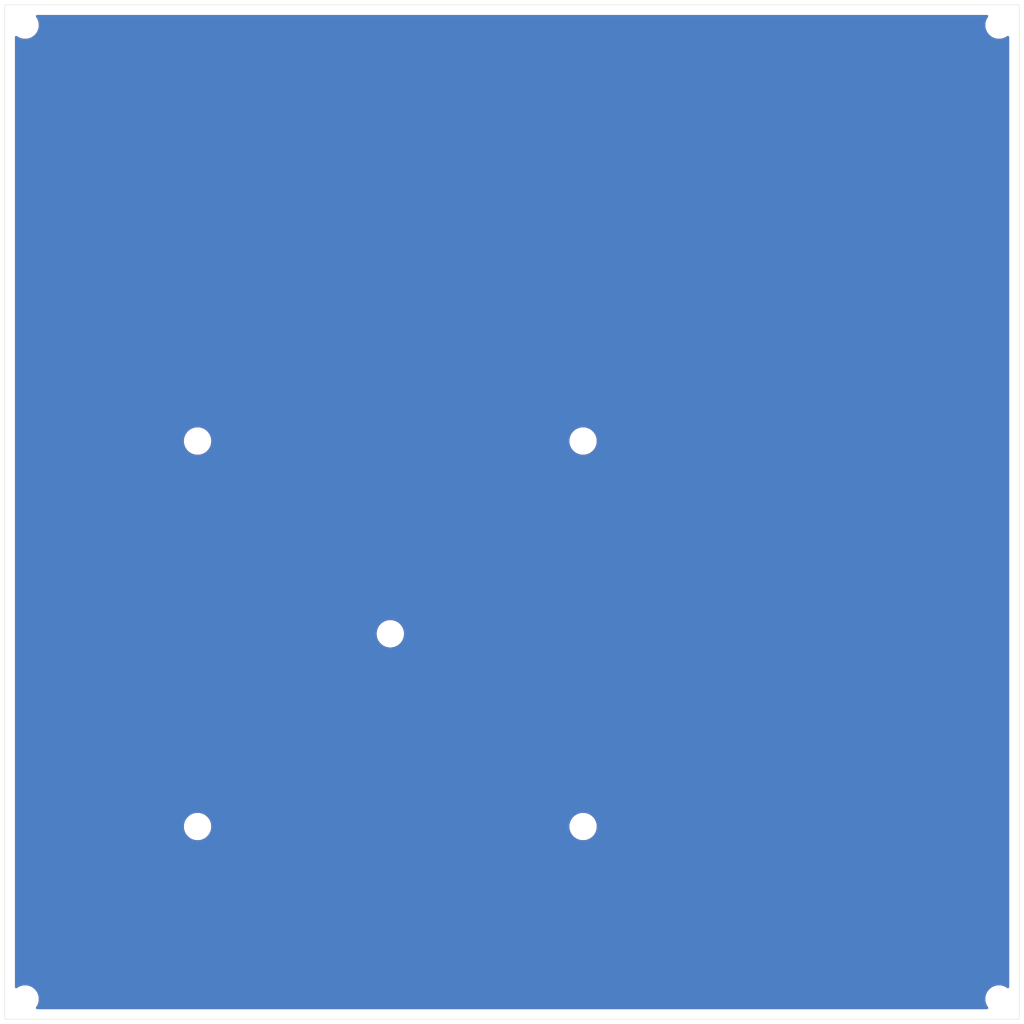
<source format=kicad_pcb>
(kicad_pcb (version 20221018) (generator pcbnew)
  (title_block (rev "1"))
  (layers (0 "F.Cu" signal "Front") (31 "B.Cu" signal "Back") (34 "B.Paste" user) (35 "F.Paste" user) (36 "B.SilkS" user "B.Silkscreen") (37 "F.SilkS" user "F.Silkscreen") (38 "B.Mask" user) (39 "F.Mask" user) (44 "Edge.Cuts" user))
  (net 0 "")
  (net 1 "GND")
  (footprint "MountingHole:MountingHole_2.2mm_M2" (layer "F.Cu") (at 58 82)
    (fp_text reference "REF**" hide)
    (fp_text value "MountingHole_2.2mm_M2" hide)
    (pad "" np_thru_hole circle (at 0 0) (size 2.2 2.2) (drill 2.2) (layers "*.Cu" "*.Mask"))
  )
  (footprint "MountingHole:MountingHole_2.2mm_M2" (layer "F.Cu") (at 22 118)
    (fp_text reference "REF**" hide)
    (fp_text value "MountingHole_2.2mm_M2" hide)
    (pad "" np_thru_hole circle (at 0 0) (size 2.2 2.2) (drill 2.2) (layers "*.Cu" "*.Mask"))
  )
  (footprint "MountingHole:MountingHole_2.2mm_M2" (layer "F.Cu") (at 118 22)
    (fp_text reference "REF**" hide)
    (fp_text value "MountingHole_2.2mm_M2" hide)
    (pad "" np_thru_hole circle (at 0 0) (size 2.2 2.2) (drill 2.2) (layers "*.Cu" "*.Mask"))
  )
  (footprint "MountingHole:MountingHole_2.2mm_M2" (layer "F.Cu") (at 77 101)
    (fp_text reference "REF**" hide)
    (fp_text value "MountingHole_2.2mm_M2" hide)
    (pad "" np_thru_hole circle (at 0 0) (size 2.2 2.2) (drill 2.2) (layers "*.Cu" "*.Mask"))
  )
  (footprint "MountingHole:MountingHole_2.2mm_M2" (layer "F.Cu") (at 77 63)
    (fp_text reference "REF**" hide)
    (fp_text value "MountingHole_2.2mm_M2" hide)
    (pad "" np_thru_hole circle (at 0 0) (size 2.2 2.2) (drill 2.2) (layers "*.Cu" "*.Mask"))
  )
  (footprint "MountingHole:MountingHole_2.2mm_M2" (layer "F.Cu") (at 22 22)
    (fp_text reference "REF**" hide)
    (fp_text value "MountingHole_2.2mm_M2" hide)
    (pad "" np_thru_hole circle (at 0 0) (size 2.2 2.2) (drill 2.2) (layers "*.Cu" "*.Mask"))
  )
  (footprint "MountingHole:MountingHole_2.2mm_M2" (layer "F.Cu") (at 118 118)
    (fp_text reference "REF**" hide)
    (fp_text value "MountingHole_2.2mm_M2" hide)
    (pad "" np_thru_hole circle (at 0 0) (size 2.2 2.2) (drill 2.2) (layers "*.Cu" "*.Mask"))
  )
  (footprint "MountingHole:MountingHole_2.2mm_M2" (layer "F.Cu") (at 39 63)
    (fp_text reference "REF**" hide)
    (fp_text value "MountingHole_2.2mm_M2" hide)
    (pad "" np_thru_hole circle (at 0 0) (size 2.2 2.2) (drill 2.2) (layers "*.Cu" "*.Mask"))
  )
  (footprint "MountingHole:MountingHole_2.2mm_M2" (layer "F.Cu") (at 39 101)
    (fp_text reference "REF**" hide)
    (fp_text value "MountingHole_2.2mm_M2" hide)
    (pad "" np_thru_hole circle (at 0 0) (size 2.2 2.2) (drill 2.2) (layers "*.Cu" "*.Mask"))
  )
  (gr_rect (start 20 20) (end 120 120) (stroke (width 0.0381)) (fill none) (layer "Edge.Cuts"))
  (zone (net 1) (net_name "GND") (layers "F&B.Cu") (connect_pads (clearance 0.5)) (min_thickness 0.25) (fill yes (thermal_gap 0.5) (thermal_bridge_width 0.5))
    (polygon (pts (xy 21 21) (xy 21 119) (xy 119 119) (xy 119 21)))
  )
)
</source>
